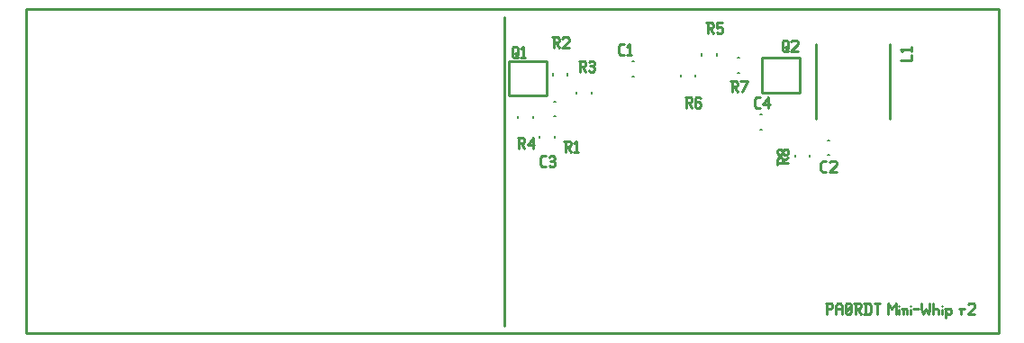
<source format=gbr>
G04 start of page 13 for group -4079 idx -4079 *
G04 Title: (unknown), topsilk *
G04 Creator: pcb 1.99z *
G04 CreationDate: Tue 21 Jul 2015 11:18:01 AM GMT UTC *
G04 For: david *
G04 Format: Gerber/RS-274X *
G04 PCB-Dimensions (mil): 3600.00 1200.00 *
G04 PCB-Coordinate-Origin: lower left *
%MOIN*%
%FSLAX25Y25*%
%LNTOPSILK*%
%ADD79C,0.0080*%
%ADD78C,0.0100*%
G54D78*X360000Y119984D02*X16D01*
X0Y120000D01*
Y6D01*
X360000D01*
Y119984D01*
X177165Y2874D02*Y117047D01*
X296500Y11200D02*Y7200D01*
X296000Y11200D02*X298000D01*
X298500Y10700D01*
Y9700D01*
X298000Y9200D02*X298500Y9700D01*
X296500Y9200D02*X298000D01*
X299700Y10200D02*Y7200D01*
Y10200D02*X300400Y11200D01*
X301500D01*
X302200Y10200D01*
Y7200D01*
X299700Y9200D02*X302200D01*
X303400Y7700D02*X303900Y7200D01*
X303400Y10700D02*Y7700D01*
Y10700D02*X303900Y11200D01*
X304900D01*
X305400Y10700D01*
Y7700D01*
X304900Y7200D02*X305400Y7700D01*
X303900Y7200D02*X304900D01*
X303400Y8200D02*X305400Y10200D01*
X306600Y11200D02*X308600D01*
X309100Y10700D01*
Y9700D01*
X308600Y9200D02*X309100Y9700D01*
X307100Y9200D02*X308600D01*
X307100Y11200D02*Y7200D01*
X307900Y9200D02*X309100Y7200D01*
X310800Y11200D02*Y7200D01*
X312100Y11200D02*X312800Y10500D01*
Y7900D01*
X312100Y7200D02*X312800Y7900D01*
X310300Y7200D02*X312100D01*
X310300Y11200D02*X312100D01*
X314000D02*X316000D01*
X315000D02*Y7200D01*
X319000Y11200D02*Y7200D01*
Y11200D02*X320500Y9200D01*
X322000Y11200D01*
Y7200D01*
X323200Y10200D02*Y10100D01*
Y8700D02*Y7200D01*
X324700Y8700D02*Y7200D01*
Y8700D02*X325200Y9200D01*
X325700D01*
X326200Y8700D01*
Y7200D01*
X324200Y9200D02*X324700Y8700D01*
X327400Y10200D02*Y10100D01*
Y8700D02*Y7200D01*
X328400Y9200D02*X330400D01*
X331600Y11200D02*Y9200D01*
X332100Y7200D01*
X333100Y9200D01*
X334100Y7200D01*
X334600Y9200D01*
Y11200D02*Y9200D01*
X335800Y11200D02*Y7200D01*
Y8700D02*X336300Y9200D01*
X337300D01*
X337800Y8700D01*
Y7200D01*
X339000Y10200D02*Y10100D01*
Y8700D02*Y7200D01*
X340500Y8700D02*Y5700D01*
X340000Y9200D02*X340500Y8700D01*
X341000Y9200D01*
X342000D01*
X342500Y8700D01*
Y7700D01*
X342000Y7200D02*X342500Y7700D01*
X341000Y7200D02*X342000D01*
X340500Y7700D02*X341000Y7200D01*
X346000Y8700D02*Y7200D01*
Y8700D02*X346500Y9200D01*
X347500D01*
X345500D02*X346000Y8700D01*
X348700Y10700D02*X349200Y11200D01*
X350700D01*
X351200Y10700D01*
Y9700D01*
X348700Y7200D02*X351200Y9700D01*
X348700Y7200D02*X351200D01*
G54D79*X284647Y66259D02*Y65473D01*
X290157Y66259D02*Y65473D01*
X263387Y102086D02*X264173D01*
X263387Y96576D02*X264173D01*
X242324Y95787D02*Y95001D01*
X247834Y95787D02*Y95001D01*
X250198Y103661D02*Y102875D01*
X255708Y103661D02*Y102875D01*
X271655Y81022D02*X272441D01*
X271655Y75512D02*X272441D01*
G54D78*X272549Y102057D02*X286449D01*
X272549D02*Y89257D01*
X286449D01*
Y102057D02*Y89257D01*
G54D79*X182284Y80629D02*Y79843D01*
X187794Y80629D02*Y79843D01*
X203938Y89487D02*Y88701D01*
X209448Y89487D02*Y88701D01*
X195473Y80434D02*X196259D01*
X195473Y85944D02*X196259D01*
G54D78*X178961Y88046D02*X192861D01*
Y100846D02*Y88046D01*
X178961Y100846D02*X192861D01*
X178961D02*Y88046D01*
G54D79*X190158Y73149D02*Y72363D01*
X195668Y73149D02*Y72363D01*
X296851Y71574D02*X297637D01*
X296851Y66064D02*X297637D01*
G54D78*X319882Y107205D02*Y79645D01*
X292322Y107205D02*Y79645D01*
G54D79*X195080Y96377D02*Y95591D01*
X200590Y96377D02*Y95591D01*
X224410Y100707D02*X225196D01*
X224410Y95197D02*X225196D01*
G54D78*X278245Y64559D02*Y62559D01*
Y64559D02*X278745Y65059D01*
X279745D01*
X280245Y64559D02*X279745Y65059D01*
X280245Y64559D02*Y63059D01*
X278245D02*X282245D01*
X280245Y63859D02*X282245Y65059D01*
X281745Y66259D02*X282245Y66759D01*
X280945Y66259D02*X281745D01*
X280945D02*X280245Y66959D01*
Y67559D02*Y66959D01*
Y67559D02*X280945Y68259D01*
X281745D01*
X282245Y67759D02*X281745Y68259D01*
X282245Y67759D02*Y66759D01*
X279545Y66259D02*X280245Y66959D01*
X278745Y66259D02*X279545D01*
X278745D02*X278245Y66759D01*
Y67759D02*Y66759D01*
Y67759D02*X278745Y68259D01*
X279545D01*
X280245Y67559D02*X279545Y68259D01*
X260827Y93410D02*X262827D01*
X263327Y92910D01*
Y91910D01*
X262827Y91410D02*X263327Y91910D01*
X261327Y91410D02*X262827D01*
X261327Y93410D02*Y89410D01*
X262127Y91410D02*X263327Y89410D01*
X265027D02*X267027Y93410D01*
X264527D02*X267027D01*
X244095Y87504D02*X246095D01*
X246595Y87004D01*
Y86004D01*
X246095Y85504D02*X246595Y86004D01*
X244595Y85504D02*X246095D01*
X244595Y87504D02*Y83504D01*
X245395Y85504D02*X246595Y83504D01*
X249295Y87504D02*X249795Y87004D01*
X248295Y87504D02*X249295D01*
X247795Y87004D02*X248295Y87504D01*
X247795Y87004D02*Y84004D01*
X248295Y83504D01*
X249295Y85704D02*X249795Y85204D01*
X247795Y85704D02*X249295D01*
X248295Y83504D02*X249295D01*
X249795Y84004D01*
Y85204D02*Y84004D01*
X251969Y115063D02*X253969D01*
X254469Y114563D01*
Y113563D01*
X253969Y113063D02*X254469Y113563D01*
X252469Y113063D02*X253969D01*
X252469Y115063D02*Y111063D01*
X253269Y113063D02*X254469Y111063D01*
X255669Y115063D02*X257669D01*
X255669D02*Y113063D01*
X256169Y113563D01*
X257169D01*
X257669Y113063D01*
Y111563D01*
X257169Y111063D02*X257669Y111563D01*
X256169Y111063D02*X257169D01*
X255669Y111563D02*X256169Y111063D01*
X270465Y83424D02*X271765D01*
X269765Y84124D02*X270465Y83424D01*
X269765Y86724D02*Y84124D01*
Y86724D02*X270465Y87424D01*
X271765D01*
X272965Y84924D02*X274965Y87424D01*
X272965Y84924D02*X275465D01*
X274965Y87424D02*Y83424D01*
X182086Y72346D02*X184086D01*
X184586Y71846D01*
Y70846D01*
X184086Y70346D02*X184586Y70846D01*
X182586Y70346D02*X184086D01*
X182586Y72346D02*Y68346D01*
X183386Y70346D02*X184586Y68346D01*
X185786Y69846D02*X187786Y72346D01*
X185786Y69846D02*X188286D01*
X187786Y72346D02*Y68346D01*
X204724Y100889D02*X206724D01*
X207224Y100389D01*
Y99389D01*
X206724Y98889D02*X207224Y99389D01*
X205224Y98889D02*X206724D01*
X205224Y100889D02*Y96889D01*
X206024Y98889D02*X207224Y96889D01*
X208424Y100389D02*X208924Y100889D01*
X209924D01*
X210424Y100389D01*
X209924Y96889D02*X210424Y97389D01*
X208924Y96889D02*X209924D01*
X208424Y97389D02*X208924Y96889D01*
Y99089D02*X209924D01*
X210424Y100389D02*Y99589D01*
Y98589D02*Y97389D01*
Y98589D02*X209924Y99089D01*
X210424Y99589D02*X209924Y99089D01*
X194882Y109748D02*X196882D01*
X197382Y109248D01*
Y108248D01*
X196882Y107748D02*X197382Y108248D01*
X195382Y107748D02*X196882D01*
X195382Y109748D02*Y105748D01*
X196182Y107748D02*X197382Y105748D01*
X198582Y109248D02*X199082Y109748D01*
X200582D01*
X201082Y109248D01*
Y108248D01*
X198582Y105748D02*X201082Y108248D01*
X198582Y105748D02*X201082D01*
X199213Y71165D02*X201213D01*
X201713Y70665D01*
Y69665D01*
X201213Y69165D02*X201713Y69665D01*
X199713Y69165D02*X201213D01*
X199713Y71165D02*Y67165D01*
X200513Y69165D02*X201713Y67165D01*
X202913Y70365D02*X203713Y71165D01*
Y67165D01*
X202913D02*X204413D01*
X180044Y105704D02*Y102704D01*
Y105704D02*X180544Y106204D01*
X181544D01*
X182044Y105704D01*
Y103204D01*
X181044Y102204D02*X182044Y103204D01*
X180544Y102204D02*X181044D01*
X180044Y102704D02*X180544Y102204D01*
X181044Y103704D02*X182044Y102204D01*
X183244Y105404D02*X184044Y106204D01*
Y102204D01*
X183244D02*X184744D01*
X191251Y61772D02*X192551D01*
X190551Y62472D02*X191251Y61772D01*
X190551Y65072D02*Y62472D01*
Y65072D02*X191251Y65772D01*
X192551D01*
X193751Y65272D02*X194251Y65772D01*
X195251D01*
X195751Y65272D01*
X195251Y61772D02*X195751Y62272D01*
X194251Y61772D02*X195251D01*
X193751Y62272D02*X194251Y61772D01*
Y63972D02*X195251D01*
X195751Y65272D02*Y64472D01*
Y63472D02*Y62272D01*
Y63472D02*X195251Y63972D01*
X195751Y64472D02*X195251Y63972D01*
X294991Y59882D02*X296291D01*
X294291Y60582D02*X294991Y59882D01*
X294291Y63182D02*Y60582D01*
Y63182D02*X294991Y63882D01*
X296291D01*
X297491Y63382D02*X297991Y63882D01*
X299491D01*
X299991Y63382D01*
Y62382D01*
X297491Y59882D02*X299991Y62382D01*
X297491Y59882D02*X299991D01*
X323834Y101299D02*X327834D01*
Y103299D02*Y101299D01*
X324634Y104499D02*X323834Y105299D01*
X327834D01*
Y105999D02*Y104499D01*
X280093Y108040D02*Y105040D01*
Y108040D02*X280593Y108540D01*
X281593D01*
X282093Y108040D01*
Y105540D01*
X281093Y104540D02*X282093Y105540D01*
X280593Y104540D02*X281093D01*
X280093Y105040D02*X280593Y104540D01*
X281093Y106040D02*X282093Y104540D01*
X283293Y108040D02*X283793Y108540D01*
X285293D01*
X285793Y108040D01*
Y107040D01*
X283293Y104540D02*X285793Y107040D01*
X283293Y104540D02*X285793D01*
X220030Y103110D02*X221330D01*
X219330Y103810D02*X220030Y103110D01*
X219330Y106410D02*Y103810D01*
Y106410D02*X220030Y107110D01*
X221330D01*
X222530Y106310D02*X223330Y107110D01*
Y103110D01*
X222530D02*X224030D01*
M02*

</source>
